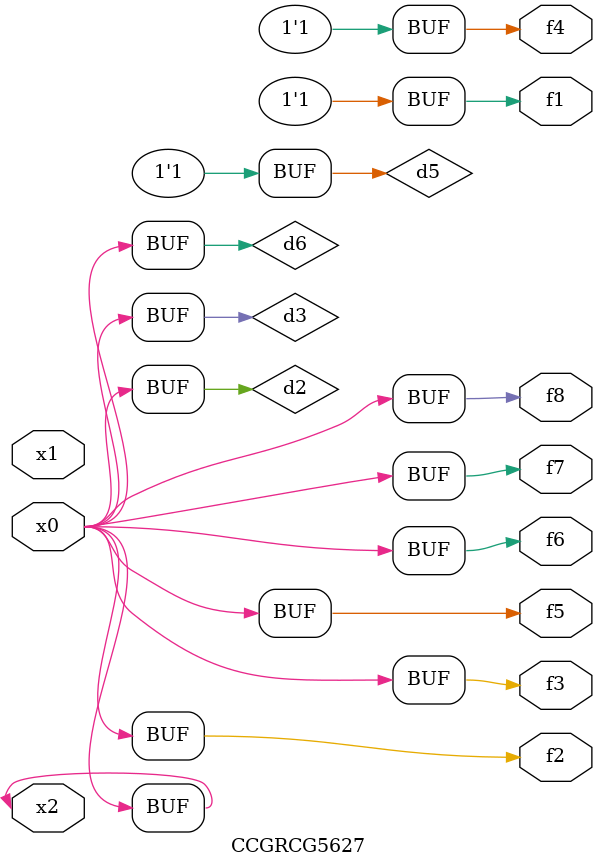
<source format=v>
module CCGRCG5627(
	input x0, x1, x2,
	output f1, f2, f3, f4, f5, f6, f7, f8
);

	wire d1, d2, d3, d4, d5, d6;

	xnor (d1, x2);
	buf (d2, x0, x2);
	and (d3, x0);
	xnor (d4, x1, x2);
	nand (d5, d1, d3);
	buf (d6, d2, d3);
	assign f1 = d5;
	assign f2 = d6;
	assign f3 = d6;
	assign f4 = d5;
	assign f5 = d6;
	assign f6 = d6;
	assign f7 = d6;
	assign f8 = d6;
endmodule

</source>
